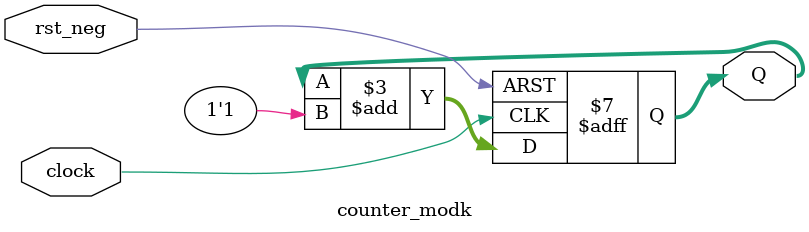
<source format=v>
module counter_modk(clock, rst_neg, Q);
  parameter n = 4;
  parameter k = 16;

  input clock, rst_neg;
  output [n-1:0] Q;
  reg [n-1:0] Q;

  always @(posedge clock or negedge rst_neg)
  begin
    if (~rst_neg)
      Q <= 'd0;
    else begin
      Q <= Q + 1'b1;
      if (Q == k) begin
        Q <= 'd0;
      end
    end
  end
endmodule


</source>
